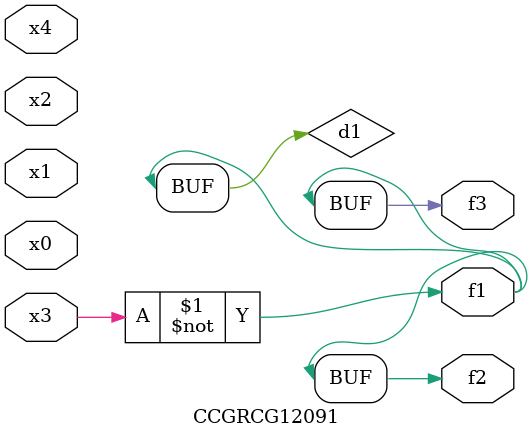
<source format=v>
module CCGRCG12091(
	input x0, x1, x2, x3, x4,
	output f1, f2, f3
);

	wire d1, d2;

	xnor (d1, x3);
	not (d2, x1);
	assign f1 = d1;
	assign f2 = d1;
	assign f3 = d1;
endmodule

</source>
